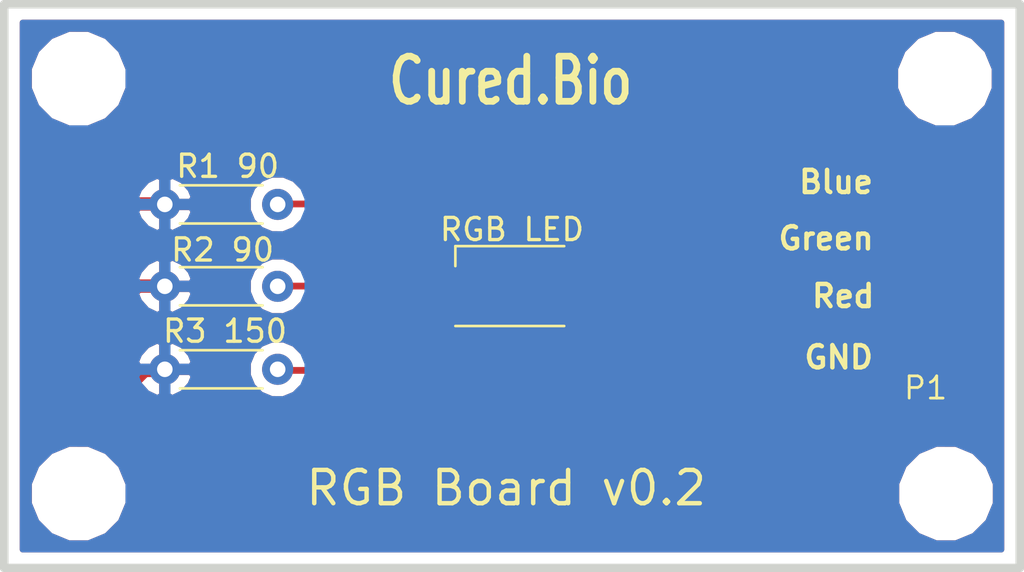
<source format=kicad_pcb>
(kicad_pcb (version 4) (host pcbnew 4.0.7)

  (general
    (links 9)
    (no_connects 0)
    (area 66.338857 47.721 132.511143 79.329)
    (thickness 1.6002)
    (drawings 10)
    (tracks 37)
    (zones 0)
    (modules 9)
    (nets 8)
  )

  (page A4)
  (title_block
    (date "13 jun 2012")
  )

  (layers
    (0 Front signal)
    (31 Back signal)
    (32 B.Adhes user)
    (33 F.Adhes user)
    (34 B.Paste user)
    (35 F.Paste user)
    (36 B.SilkS user)
    (37 F.SilkS user)
    (38 B.Mask user)
    (39 F.Mask user)
    (40 Dwgs.User user)
    (41 Cmts.User user)
    (42 Eco1.User user)
    (43 Eco2.User user)
    (44 Edge.Cuts user)
  )

  (setup
    (last_trace_width 0.3048)
    (trace_clearance 0.254)
    (zone_clearance 0.508)
    (zone_45_only no)
    (trace_min 0.2032)
    (segment_width 0.381)
    (edge_width 0.381)
    (via_size 0.889)
    (via_drill 0.635)
    (via_min_size 0.889)
    (via_min_drill 0.508)
    (uvia_size 0.508)
    (uvia_drill 0.127)
    (uvias_allowed no)
    (uvia_min_size 0.508)
    (uvia_min_drill 0.127)
    (pcb_text_width 0.3048)
    (pcb_text_size 1.524 2.032)
    (mod_edge_width 0.381)
    (mod_text_size 1.524 1.524)
    (mod_text_width 0.3048)
    (pad_size 0.7 1.3)
    (pad_drill 0)
    (pad_to_mask_clearance 0.254)
    (aux_axis_origin 0 0)
    (visible_elements 7FFFFFFF)
    (pcbplotparams
      (layerselection 0x010ff_80000001)
      (usegerberextensions true)
      (excludeedgelayer true)
      (linewidth 0.150000)
      (plotframeref false)
      (viasonmask false)
      (mode 1)
      (useauxorigin false)
      (hpglpennumber 1)
      (hpglpenspeed 20)
      (hpglpendiameter 15)
      (hpglpenoverlay 0)
      (psnegative false)
      (psa4output false)
      (plotreference true)
      (plotvalue true)
      (plotinvisibletext false)
      (padsonsilk false)
      (subtractmaskfromsilk false)
      (outputformat 1)
      (mirror false)
      (drillshape 0)
      (scaleselection 1)
      (outputdirectory gerber_led_v2p1/))
  )

  (net 0 "")
  (net 1 /blue)
  (net 2 /green)
  (net 3 /red)
  (net 4 GND)
  (net 5 "Net-(R1-Pad1)")
  (net 6 "Net-(R2-Pad1)")
  (net 7 "Net-(R3-Pad1)")

  (net_class Default "This is the default net class."
    (clearance 0.254)
    (trace_width 0.3048)
    (via_dia 0.889)
    (via_drill 0.635)
    (uvia_dia 0.508)
    (uvia_drill 0.127)
    (add_net /blue)
    (add_net /green)
    (add_net /red)
    (add_net "Net-(R1-Pad1)")
    (add_net "Net-(R2-Pad1)")
    (add_net "Net-(R3-Pad1)")
  )

  (net_class GND ""
    (clearance 0.254)
    (trace_width 0.6)
    (via_dia 0.889)
    (via_drill 0.635)
    (uvia_dia 0.508)
    (uvia_drill 0.127)
    (add_net GND)
  )

  (module Connectors:1X04_SMD_LONG (layer Front) (tedit 5A550EA2) (tstamp 4F515731)
    (at 112.32 62.7 270)
    (descr "SMD - 4 PIN W/ LONG SOLDER PADS")
    (tags "SMD - 4 PIN W/ LONG SOLDER PADS")
    (path /4F345F7F)
    (attr smd)
    (fp_text reference P1 (at -5.08 -5.08 360) (layer F.SilkS) hide
      (effects (font (size 0.6096 0.6096) (thickness 0.127)))
    )
    (fp_text value P1 (at 5.39 -5.36 360) (layer F.SilkS)
      (effects (font (size 1 1) (thickness 0.127)))
    )
    (pad 1 smd rect (at -3.81 -5.4991) (size 3.99796 0.99822) (layers Front F.Paste F.Mask)
      (net 1 /blue) (solder_mask_margin 0.1016))
    (pad 2 smd rect (at -1.27 -5.4991) (size 3.99796 0.99822) (layers Front F.Paste F.Mask)
      (net 2 /green) (solder_mask_margin 0.1016))
    (pad 3 smd rect (at 1.27 -5.4991) (size 3.99796 0.99822) (layers Front F.Paste F.Mask)
      (net 3 /red) (solder_mask_margin 0.1016))
    (pad 4 smd rect (at 3.81 -5.4991) (size 3.99796 0.99822) (layers Front F.Paste F.Mask)
      (net 4 GND) (solder_mask_margin 0.1016))
  )

  (module Mounting_Holes:MountingHole_3.2mm_M3_ISO14580 (layer Front) (tedit 59E520A8) (tstamp 59F807D3)
    (at 118.6 72.85)
    (descr "Mounting Hole 3.2mm, no annular, M3, ISO14580")
    (tags "mounting hole 3.2mm no annular m3 iso14580")
    (attr virtual)
    (fp_text reference 4 (at 7.75 0.05) (layer F.SilkS) hide
      (effects (font (size 1 1) (thickness 0.15)))
    )
    (fp_text value MountingHole_3.2mm_M3_ISO14580 (at 0.3 5.35) (layer F.Fab) hide
      (effects (font (size 1 1) (thickness 0.15)))
    )
    (fp_text user %R (at 0.3 0) (layer F.Fab)
      (effects (font (size 1 1) (thickness 0.15)))
    )
    (fp_circle (center 0 0) (end 2.75 0) (layer Cmts.User) (width 0.15))
    (fp_circle (center 0 0) (end 3 0) (layer F.CrtYd) (width 0.05))
    (pad 1 np_thru_hole circle (at 0 0) (size 3.2 3.2) (drill 3.2) (layers *.Cu *.Mask))
  )

  (module Mounting_Holes:MountingHole_3.2mm_M3_ISO14580 (layer Front) (tedit 59E52099) (tstamp 59F807CC)
    (at 79.55 72.85)
    (descr "Mounting Hole 3.2mm, no annular, M3, ISO14580")
    (tags "mounting hole 3.2mm no annular m3 iso14580")
    (attr virtual)
    (fp_text reference 3 (at -5.4 0.5) (layer F.SilkS) hide
      (effects (font (size 1 1) (thickness 0.15)))
    )
    (fp_text value MountingHole_3.2mm_M3_ISO14580 (at 0.85 5.2) (layer F.Fab) hide
      (effects (font (size 1 1) (thickness 0.15)))
    )
    (fp_text user %R (at 0.3 0) (layer F.Fab)
      (effects (font (size 1 1) (thickness 0.15)))
    )
    (fp_circle (center 0 0) (end 2.75 0) (layer Cmts.User) (width 0.15))
    (fp_circle (center 0 0) (end 3 0) (layer F.CrtYd) (width 0.05))
    (pad 1 np_thru_hole circle (at 0 0) (size 3.2 3.2) (drill 3.2) (layers *.Cu *.Mask))
  )

  (module Mounting_Holes:MountingHole_3.2mm_M3_ISO14580 (layer Front) (tedit 59E520A2) (tstamp 59F807B7)
    (at 118.55 54.15)
    (descr "Mounting Hole 3.2mm, no annular, M3, ISO14580")
    (tags "mounting hole 3.2mm no annular m3 iso14580")
    (attr virtual)
    (fp_text reference 2 (at 6 0.05) (layer F.SilkS) hide
      (effects (font (size 1 1) (thickness 0.15)))
    )
    (fp_text value MountingHole_3.2mm_M3_ISO14580 (at -1.3 -5.4) (layer F.Fab) hide
      (effects (font (size 1 1) (thickness 0.15)))
    )
    (fp_text user %R (at 0.3 0) (layer F.Fab)
      (effects (font (size 1 1) (thickness 0.15)))
    )
    (fp_circle (center 0 0) (end 2.75 0) (layer Cmts.User) (width 0.15))
    (fp_circle (center 0 0) (end 3 0) (layer F.CrtYd) (width 0.05))
    (pad 1 np_thru_hole circle (at 0 0) (size 3.2 3.2) (drill 3.2) (layers *.Cu *.Mask))
  )

  (module LEDs:LED_RGB_PLCC-6 (layer Front) (tedit 5A550E3C) (tstamp 59EED6E5)
    (at 99.06 63.5)
    (descr "RGB LED PLCC-6")
    (tags "RGB LED PLCC-6")
    (path /4F035E14)
    (attr smd)
    (fp_text reference "RGB LED" (at 0 -2.55) (layer F.SilkS)
      (effects (font (size 1 1) (thickness 0.15)))
    )
    (fp_text value RGB_LED (at 0.19 2.8) (layer F.Fab) hide
      (effects (font (size 1 1) (thickness 0.15)))
    )
    (fp_line (start -1.7 -1.1) (end -1.1 -1.7) (layer F.Fab) (width 0.1))
    (fp_line (start -1.7 -1.7) (end -1.7 1.7) (layer F.Fab) (width 0.1))
    (fp_line (start -1.7 1.7) (end 1.7 1.7) (layer F.Fab) (width 0.1))
    (fp_line (start 1.7 1.7) (end 1.7 -1.7) (layer F.Fab) (width 0.1))
    (fp_line (start 1.7 -1.7) (end -1.7 -1.7) (layer F.Fab) (width 0.1))
    (fp_line (start -2.55 -1.8) (end -2.55 -0.9) (layer F.SilkS) (width 0.12))
    (fp_line (start 2.65 -2) (end 2.65 2) (layer F.CrtYd) (width 0.05))
    (fp_line (start -2.75 -2) (end -2.75 2) (layer F.CrtYd) (width 0.05))
    (fp_line (start -2.75 2) (end 2.65 2) (layer F.CrtYd) (width 0.05))
    (fp_line (start -2.75 -2) (end 2.65 -2) (layer F.CrtYd) (width 0.05))
    (fp_line (start -2.55 1.8) (end 2.35 1.8) (layer F.SilkS) (width 0.12))
    (fp_line (start 2.35 -1.8) (end -2.55 -1.8) (layer F.SilkS) (width 0.12))
    (pad C1 smd rect (at -1.55 -1.1 90) (size 0.7 1.3) (layers Front F.Paste F.Mask)
      (net 5 "Net-(R1-Pad1)"))
    (pad C2 smd rect (at -1.55 0 90) (size 0.7 1.3) (layers Front F.Paste F.Mask)
      (net 6 "Net-(R2-Pad1)"))
    (pad C3 smd rect (at -1.55 1.1 90) (size 0.7 1.3) (layers Front F.Paste F.Mask)
      (net 7 "Net-(R3-Pad1)"))
    (pad A3 smd rect (at 1.55 1.1 90) (size 0.7 1.3) (layers Front F.Paste F.Mask)
      (net 3 /red))
    (pad A2 smd rect (at 1.55 0 90) (size 0.7 1.3) (layers Front F.Paste F.Mask)
      (net 2 /green))
    (pad A1 smd rect (at 1.55 -1.1 90) (size 0.7 1.3) (layers Front F.Paste F.Mask)
      (net 1 /blue))
    (model ${KISYS3DMOD}/LEDs.3dshapes/LED_RGB_PLCC-6.wrl
      (at (xyz 0 0 0))
      (scale (xyz 1 1 1))
      (rotate (xyz 0 0 0))
    )
  )

  (module Mounting_Holes:MountingHole_3.2mm_M3_ISO14580 (layer Front) (tedit 59E5209D) (tstamp 59F54C5B)
    (at 79.55 54.15)
    (descr "Mounting Hole 3.2mm, no annular, M3, ISO14580")
    (tags "mounting hole 3.2mm no annular m3 iso14580")
    (attr virtual)
    (fp_text reference 1 (at -6.8 -0.1) (layer F.SilkS) hide
      (effects (font (size 1 1) (thickness 0.15)))
    )
    (fp_text value MountingHole_3.2mm_M3_ISO14580 (at 0.4 -5) (layer F.Fab) hide
      (effects (font (size 1 1) (thickness 0.15)))
    )
    (fp_text user %R (at 0.3 0) (layer F.Fab)
      (effects (font (size 1 1) (thickness 0.15)))
    )
    (fp_circle (center 0 0) (end 2.75 0) (layer Cmts.User) (width 0.15))
    (fp_circle (center 0 0) (end 3 0) (layer F.CrtYd) (width 0.05))
    (pad 1 np_thru_hole circle (at 0 0) (size 3.2 3.2) (drill 3.2) (layers *.Cu *.Mask))
  )

  (module Resistors_THT:R_Axial_DIN0204_L3.6mm_D1.6mm_P5.08mm_Horizontal (layer Front) (tedit 5A550E2B) (tstamp 59EED6D6)
    (at 88.51 59.82 180)
    (descr "Resistor, Axial_DIN0204 series, Axial, Horizontal, pin pitch=5.08mm, 0.16666666666666666W = 1/6W, length*diameter=3.6*1.6mm^2, http://cdn-reichelt.de/documents/datenblatt/B400/1_4W%23YAG.pdf")
    (tags "Resistor Axial_DIN0204 series Axial Horizontal pin pitch 5.08mm 0.16666666666666666W = 1/6W length 3.6mm diameter 1.6mm")
    (path /4F035CCA)
    (fp_text reference "R1 90" (at 2.25 1.72 180) (layer F.SilkS)
      (effects (font (size 1 1) (thickness 0.15)))
    )
    (fp_text value 90 (at 2.54 1.86 180) (layer F.Fab) hide
      (effects (font (size 1 1) (thickness 0.15)))
    )
    (fp_line (start 0.74 -0.8) (end 0.74 0.8) (layer F.Fab) (width 0.1))
    (fp_line (start 0.74 0.8) (end 4.34 0.8) (layer F.Fab) (width 0.1))
    (fp_line (start 4.34 0.8) (end 4.34 -0.8) (layer F.Fab) (width 0.1))
    (fp_line (start 4.34 -0.8) (end 0.74 -0.8) (layer F.Fab) (width 0.1))
    (fp_line (start 0 0) (end 0.74 0) (layer F.Fab) (width 0.1))
    (fp_line (start 5.08 0) (end 4.34 0) (layer F.Fab) (width 0.1))
    (fp_line (start 0.68 -0.86) (end 4.4 -0.86) (layer F.SilkS) (width 0.12))
    (fp_line (start 0.68 0.86) (end 4.4 0.86) (layer F.SilkS) (width 0.12))
    (fp_line (start -0.95 -1.15) (end -0.95 1.15) (layer F.CrtYd) (width 0.05))
    (fp_line (start -0.95 1.15) (end 6.05 1.15) (layer F.CrtYd) (width 0.05))
    (fp_line (start 6.05 1.15) (end 6.05 -1.15) (layer F.CrtYd) (width 0.05))
    (fp_line (start 6.05 -1.15) (end -0.95 -1.15) (layer F.CrtYd) (width 0.05))
    (pad 1 thru_hole circle (at 0 0 180) (size 1.4 1.4) (drill 0.7) (layers *.Cu *.Mask)
      (net 5 "Net-(R1-Pad1)"))
    (pad 2 thru_hole oval (at 5.08 0 180) (size 1.4 1.4) (drill 0.7) (layers *.Cu *.Mask)
      (net 4 GND))
    (model ${KISYS3DMOD}/Resistors_THT.3dshapes/R_Axial_DIN0204_L3.6mm_D1.6mm_P5.08mm_Horizontal.wrl
      (at (xyz 0 0 0))
      (scale (xyz 0.393701 0.393701 0.393701))
      (rotate (xyz 0 0 0))
    )
  )

  (module Resistors_THT:R_Axial_DIN0204_L3.6mm_D1.6mm_P5.08mm_Horizontal (layer Front) (tedit 5A550E30) (tstamp 59EED6DB)
    (at 88.51 63.51 180)
    (descr "Resistor, Axial_DIN0204 series, Axial, Horizontal, pin pitch=5.08mm, 0.16666666666666666W = 1/6W, length*diameter=3.6*1.6mm^2, http://cdn-reichelt.de/documents/datenblatt/B400/1_4W%23YAG.pdf")
    (tags "Resistor Axial_DIN0204 series Axial Horizontal pin pitch 5.08mm 0.16666666666666666W = 1/6W length 3.6mm diameter 1.6mm")
    (path /4F035CCF)
    (fp_text reference "R2 90" (at 2.48 1.64 180) (layer F.SilkS)
      (effects (font (size 1 1) (thickness 0.15)))
    )
    (fp_text value 90 (at 2.54 1.86 180) (layer F.Fab) hide
      (effects (font (size 1 1) (thickness 0.15)))
    )
    (fp_line (start 0.74 -0.8) (end 0.74 0.8) (layer F.Fab) (width 0.1))
    (fp_line (start 0.74 0.8) (end 4.34 0.8) (layer F.Fab) (width 0.1))
    (fp_line (start 4.34 0.8) (end 4.34 -0.8) (layer F.Fab) (width 0.1))
    (fp_line (start 4.34 -0.8) (end 0.74 -0.8) (layer F.Fab) (width 0.1))
    (fp_line (start 0 0) (end 0.74 0) (layer F.Fab) (width 0.1))
    (fp_line (start 5.08 0) (end 4.34 0) (layer F.Fab) (width 0.1))
    (fp_line (start 0.68 -0.86) (end 4.4 -0.86) (layer F.SilkS) (width 0.12))
    (fp_line (start 0.68 0.86) (end 4.4 0.86) (layer F.SilkS) (width 0.12))
    (fp_line (start -0.95 -1.15) (end -0.95 1.15) (layer F.CrtYd) (width 0.05))
    (fp_line (start -0.95 1.15) (end 6.05 1.15) (layer F.CrtYd) (width 0.05))
    (fp_line (start 6.05 1.15) (end 6.05 -1.15) (layer F.CrtYd) (width 0.05))
    (fp_line (start 6.05 -1.15) (end -0.95 -1.15) (layer F.CrtYd) (width 0.05))
    (pad 1 thru_hole circle (at 0 0 180) (size 1.4 1.4) (drill 0.7) (layers *.Cu *.Mask)
      (net 6 "Net-(R2-Pad1)"))
    (pad 2 thru_hole oval (at 5.08 0 180) (size 1.4 1.4) (drill 0.7) (layers *.Cu *.Mask)
      (net 4 GND))
    (model ${KISYS3DMOD}/Resistors_THT.3dshapes/R_Axial_DIN0204_L3.6mm_D1.6mm_P5.08mm_Horizontal.wrl
      (at (xyz 0 0 0))
      (scale (xyz 0.393701 0.393701 0.393701))
      (rotate (xyz 0 0 0))
    )
  )

  (module Resistors_THT:R_Axial_DIN0204_L3.6mm_D1.6mm_P5.08mm_Horizontal (layer Front) (tedit 5A550E37) (tstamp 59EED6E0)
    (at 88.51 67.25 180)
    (descr "Resistor, Axial_DIN0204 series, Axial, Horizontal, pin pitch=5.08mm, 0.16666666666666666W = 1/6W, length*diameter=3.6*1.6mm^2, http://cdn-reichelt.de/documents/datenblatt/B400/1_4W%23YAG.pdf")
    (tags "Resistor Axial_DIN0204 series Axial Horizontal pin pitch 5.08mm 0.16666666666666666W = 1/6W length 3.6mm diameter 1.6mm")
    (path /4F035CD1)
    (fp_text reference "R3 150" (at 2.37 1.72 180) (layer F.SilkS)
      (effects (font (size 1 1) (thickness 0.15)))
    )
    (fp_text value 150 (at 2.54 1.86 180) (layer F.Fab) hide
      (effects (font (size 1 1) (thickness 0.15)))
    )
    (fp_line (start 0.74 -0.8) (end 0.74 0.8) (layer F.Fab) (width 0.1))
    (fp_line (start 0.74 0.8) (end 4.34 0.8) (layer F.Fab) (width 0.1))
    (fp_line (start 4.34 0.8) (end 4.34 -0.8) (layer F.Fab) (width 0.1))
    (fp_line (start 4.34 -0.8) (end 0.74 -0.8) (layer F.Fab) (width 0.1))
    (fp_line (start 0 0) (end 0.74 0) (layer F.Fab) (width 0.1))
    (fp_line (start 5.08 0) (end 4.34 0) (layer F.Fab) (width 0.1))
    (fp_line (start 0.68 -0.86) (end 4.4 -0.86) (layer F.SilkS) (width 0.12))
    (fp_line (start 0.68 0.86) (end 4.4 0.86) (layer F.SilkS) (width 0.12))
    (fp_line (start -0.95 -1.15) (end -0.95 1.15) (layer F.CrtYd) (width 0.05))
    (fp_line (start -0.95 1.15) (end 6.05 1.15) (layer F.CrtYd) (width 0.05))
    (fp_line (start 6.05 1.15) (end 6.05 -1.15) (layer F.CrtYd) (width 0.05))
    (fp_line (start 6.05 -1.15) (end -0.95 -1.15) (layer F.CrtYd) (width 0.05))
    (pad 1 thru_hole circle (at 0 0 180) (size 1.4 1.4) (drill 0.7) (layers *.Cu *.Mask)
      (net 7 "Net-(R3-Pad1)"))
    (pad 2 thru_hole oval (at 5.08 0 180) (size 1.4 1.4) (drill 0.7) (layers *.Cu *.Mask)
      (net 4 GND))
    (model ${KISYS3DMOD}/Resistors_THT.3dshapes/R_Axial_DIN0204_L3.6mm_D1.6mm_P5.08mm_Horizontal.wrl
      (at (xyz 0 0 0))
      (scale (xyz 0.393701 0.393701 0.393701))
      (rotate (xyz 0 0 0))
    )
  )

  (gr_text "RGB Board v0.2" (at 98.8 72.6) (layer F.SilkS)
    (effects (font (size 1.5 1.5) (thickness 0.2)))
  )
  (gr_text Cured.Bio (at 99 54.25) (layer F.SilkS)
    (effects (font (size 2.032 1.524) (thickness 0.3048)))
  )
  (gr_text Blue (at 113.65 58.81) (layer F.SilkS)
    (effects (font (size 1.00076 1.00076) (thickness 0.20066)))
  )
  (gr_text Green (at 113.2 61.35) (layer F.SilkS)
    (effects (font (size 1.00076 1.00076) (thickness 0.20066)))
  )
  (gr_text GND (at 113.77 66.71) (layer F.SilkS)
    (effects (font (size 1.00076 1.00076) (thickness 0.20066)))
  )
  (gr_text Red (at 113.97 63.95) (layer F.SilkS)
    (effects (font (size 1.00076 1.00076) (thickness 0.20066)))
  )
  (gr_line (start 76.2 50.8) (end 121.92 50.8) (angle 90) (layer Edge.Cuts) (width 0.381))
  (gr_line (start 121.92 76.2) (end 121.92 50.8) (angle 90) (layer Edge.Cuts) (width 0.381))
  (gr_line (start 76.2 76.2) (end 76.2 50.8) (angle 90) (layer Edge.Cuts) (width 0.381))
  (gr_line (start 76.2 76.2) (end 121.92 76.2) (angle 90) (layer Edge.Cuts) (width 0.381))

  (segment (start 118.4 58.95) (end 108.45 58.95) (width 0.3048) (layer Front) (net 1))
  (segment (start 105 62.4) (end 100.61 62.4) (width 0.3048) (layer Front) (net 1) (tstamp 59EED82A))
  (segment (start 108.45 58.95) (end 105 62.4) (width 0.3048) (layer Front) (net 1) (tstamp 59EED829))
  (segment (start 118.4 61.49) (end 108.31 61.49) (width 0.3048) (layer Front) (net 2))
  (segment (start 106.3 63.5) (end 100.61 63.5) (width 0.3048) (layer Front) (net 2) (tstamp 59EED830))
  (segment (start 108.31 61.49) (end 106.3 63.5) (width 0.3048) (layer Front) (net 2) (tstamp 59EED82E))
  (segment (start 118.4 64.03) (end 107.52 64.03) (width 0.3048) (layer Front) (net 3))
  (segment (start 106.95 64.6) (end 100.61 64.6) (width 0.3048) (layer Front) (net 3) (tstamp 59EED835))
  (segment (start 107.52 64.03) (end 106.95 64.6) (width 0.3048) (layer Front) (net 3) (tstamp 59EED834))
  (segment (start 117.8191 66.51) (end 108.54 66.52) (width 0.6) (layer Front) (net 4) (status 400000))
  (segment (start 105.7 69.36) (end 81.57 69.35) (width 0.6) (layer Front) (net 4) (tstamp 5A6A59EC))
  (segment (start 108.54 66.52) (end 105.7 69.36) (width 0.6) (layer Front) (net 4) (tstamp 5A6A59EB))
  (segment (start 83.27 67.3) (end 82.52 67.3) (width 0.6) (layer Front) (net 4))
  (segment (start 82.52 67.3) (end 81.47 68.35) (width 0.6) (layer Front) (net 4) (tstamp 59F54DF6))
  (segment (start 83.27 63.5) (end 82.22 63.5) (width 0.6) (layer Front) (net 4))
  (segment (start 82.22 63.5) (end 81.47 64.25) (width 0.6) (layer Front) (net 4) (tstamp 59F54DEB))
  (segment (start 83.27 59.8) (end 81.72 59.8) (width 0.6) (layer Front) (net 4))
  (segment (start 81.72 59.8) (end 81.47 60.05) (width 0.3048) (layer Front) (net 4) (tstamp 59F54DE6))
  (segment (start 81.57 69.35) (end 86.71 69.38) (width 0.3048) (layer Front) (net 4) (tstamp 59EED840))
  (segment (start 81.47 69.25) (end 81.57 69.35) (width 0.3048) (layer Front) (net 4) (tstamp 59EED83E))
  (segment (start 81.47 60.05) (end 81.47 64.25) (width 0.6) (layer Front) (net 4) (tstamp 59F54DE9))
  (segment (start 81.47 64.25) (end 81.47 65.2) (width 0.6) (layer Front) (net 4) (tstamp 59F54DEE))
  (segment (start 81.47 65.2) (end 81.47 68.35) (width 0.6) (layer Front) (net 4) (tstamp 59EED84B))
  (segment (start 81.47 68.35) (end 81.47 69.25) (width 0.6) (layer Front) (net 4) (tstamp 59F54DF9))
  (segment (start 95.21982 61.1) (end 91.6 61.1) (width 0.3048) (layer Front) (net 5))
  (segment (start 97.58426 62.40018) (end 96.52 62.40018) (width 0.3048) (layer Front) (net 5))
  (segment (start 95.75546 61.63564) (end 96.52 62.40018) (width 0.3048) (layer Front) (net 5))
  (segment (start 95.26982 61.15) (end 95.75546 61.63564) (width 0.3048) (layer Front) (net 5) (tstamp 59EED875))
  (segment (start 95.21982 61.1) (end 95.26982 61.15) (width 0.3048) (layer Front) (net 5) (tstamp 59EED866))
  (segment (start 90.3 59.8) (end 88.55 59.8) (width 0.3048) (layer Front) (net 5) (tstamp 59F54DE2))
  (segment (start 91.6 61.1) (end 90.3 59.8) (width 0.3048) (layer Front) (net 5) (tstamp 59F54DE1))
  (segment (start 97.51 63.5) (end 88.55 63.5) (width 0.3048) (layer Front) (net 6))
  (segment (start 97.51 64.6) (end 96.35 64.6) (width 0.3048) (layer Front) (net 7))
  (segment (start 89.9 67.3) (end 88.55 67.3) (width 0.3048) (layer Front) (net 7) (tstamp 59F54E1C))
  (segment (start 91.3 65.9) (end 89.9 67.3) (width 0.3048) (layer Front) (net 7) (tstamp 59F54E1A))
  (segment (start 95.05 65.9) (end 91.3 65.9) (width 0.3048) (layer Front) (net 7) (tstamp 59F54E18))
  (segment (start 96.35 64.6) (end 95.05 65.9) (width 0.3048) (layer Front) (net 7) (tstamp 59F54E17))

  (zone (net 4) (net_name GND) (layer Front) (tstamp 4F515E9A) (hatch edge 0.508)
    (connect_pads (clearance 0.508))
    (min_thickness 0.254)
    (fill yes (arc_segments 16) (thermal_gap 0.508) (thermal_bridge_width 0.508))
    (polygon
      (pts
        (xy 121.412 75.692) (xy 121.412 51.308) (xy 76.708 51.308) (xy 76.708 75.692)
      )
    )
    (filled_polygon
      (pts
        (xy 121.0945 75.3745) (xy 77.0255 75.3745) (xy 77.0255 73.292619) (xy 77.314613 73.292619) (xy 77.654155 74.114372)
        (xy 78.282321 74.743636) (xy 79.103481 75.084611) (xy 79.992619 75.085387) (xy 80.814372 74.745845) (xy 81.443636 74.117679)
        (xy 81.784611 73.296519) (xy 81.784614 73.292619) (xy 116.364613 73.292619) (xy 116.704155 74.114372) (xy 117.332321 74.743636)
        (xy 118.153481 75.084611) (xy 119.042619 75.085387) (xy 119.864372 74.745845) (xy 120.493636 74.117679) (xy 120.834611 73.296519)
        (xy 120.835387 72.407381) (xy 120.495845 71.585628) (xy 119.867679 70.956364) (xy 119.046519 70.615389) (xy 118.157381 70.614613)
        (xy 117.335628 70.954155) (xy 116.706364 71.582321) (xy 116.365389 72.403481) (xy 116.364613 73.292619) (xy 81.784614 73.292619)
        (xy 81.785387 72.407381) (xy 81.445845 71.585628) (xy 80.817679 70.956364) (xy 79.996519 70.615389) (xy 79.107381 70.614613)
        (xy 78.285628 70.954155) (xy 77.656364 71.582321) (xy 77.315389 72.403481) (xy 77.314613 73.292619) (xy 77.0255 73.292619)
        (xy 77.0255 67.583329) (xy 82.137284 67.583329) (xy 82.280203 67.928396) (xy 82.627337 68.316764) (xy 83.096669 68.542727)
        (xy 83.303 68.420206) (xy 83.303 67.377) (xy 83.557 67.377) (xy 83.557 68.420206) (xy 83.763331 68.542727)
        (xy 84.232663 68.316764) (xy 84.579797 67.928396) (xy 84.722716 67.583329) (xy 84.599374 67.377) (xy 83.557 67.377)
        (xy 83.303 67.377) (xy 82.260626 67.377) (xy 82.137284 67.583329) (xy 77.0255 67.583329) (xy 77.0255 66.916671)
        (xy 82.137284 66.916671) (xy 82.260626 67.123) (xy 83.303 67.123) (xy 83.303 66.079794) (xy 83.557 66.079794)
        (xy 83.557 67.123) (xy 84.599374 67.123) (xy 84.722716 66.916671) (xy 84.579797 66.571604) (xy 84.232663 66.183236)
        (xy 83.763331 65.957273) (xy 83.557 66.079794) (xy 83.303 66.079794) (xy 83.096669 65.957273) (xy 82.627337 66.183236)
        (xy 82.280203 66.571604) (xy 82.137284 66.916671) (xy 77.0255 66.916671) (xy 77.0255 63.843329) (xy 82.137284 63.843329)
        (xy 82.280203 64.188396) (xy 82.627337 64.576764) (xy 83.096669 64.802727) (xy 83.303 64.680206) (xy 83.303 63.637)
        (xy 83.557 63.637) (xy 83.557 64.680206) (xy 83.763331 64.802727) (xy 84.232663 64.576764) (xy 84.579797 64.188396)
        (xy 84.722716 63.843329) (xy 84.599374 63.637) (xy 83.557 63.637) (xy 83.303 63.637) (xy 82.260626 63.637)
        (xy 82.137284 63.843329) (xy 77.0255 63.843329) (xy 77.0255 63.176671) (xy 82.137284 63.176671) (xy 82.260626 63.383)
        (xy 83.303 63.383) (xy 83.303 62.339794) (xy 83.557 62.339794) (xy 83.557 63.383) (xy 84.599374 63.383)
        (xy 84.722716 63.176671) (xy 84.579797 62.831604) (xy 84.232663 62.443236) (xy 83.763331 62.217273) (xy 83.557 62.339794)
        (xy 83.303 62.339794) (xy 83.096669 62.217273) (xy 82.627337 62.443236) (xy 82.280203 62.831604) (xy 82.137284 63.176671)
        (xy 77.0255 63.176671) (xy 77.0255 60.153329) (xy 82.137284 60.153329) (xy 82.280203 60.498396) (xy 82.627337 60.886764)
        (xy 83.096669 61.112727) (xy 83.303 60.990206) (xy 83.303 59.947) (xy 83.557 59.947) (xy 83.557 60.990206)
        (xy 83.763331 61.112727) (xy 84.232663 60.886764) (xy 84.579797 60.498396) (xy 84.722716 60.153329) (xy 84.681501 60.084383)
        (xy 87.174769 60.084383) (xy 87.377582 60.575229) (xy 87.752796 60.951098) (xy 88.243287 61.154768) (xy 88.774383 61.155231)
        (xy 89.265229 60.952418) (xy 89.630884 60.5874) (xy 89.973848 60.5874) (xy 91.043224 61.656776) (xy 91.298675 61.827463)
        (xy 91.6 61.8874) (xy 94.893668 61.8874) (xy 95.718868 62.7126) (xy 89.60032 62.7126) (xy 89.267204 62.378902)
        (xy 88.776713 62.175232) (xy 88.245617 62.174769) (xy 87.754771 62.377582) (xy 87.378902 62.752796) (xy 87.175232 63.243287)
        (xy 87.174769 63.774383) (xy 87.377582 64.265229) (xy 87.752796 64.641098) (xy 88.243287 64.844768) (xy 88.774383 64.845231)
        (xy 89.265229 64.642418) (xy 89.620867 64.2874) (xy 95.549048 64.2874) (xy 94.723848 65.1126) (xy 91.3 65.1126)
        (xy 90.998675 65.172537) (xy 90.743224 65.343224) (xy 89.61707 66.469378) (xy 89.267204 66.118902) (xy 88.776713 65.915232)
        (xy 88.245617 65.914769) (xy 87.754771 66.117582) (xy 87.378902 66.492796) (xy 87.175232 66.983287) (xy 87.174769 67.514383)
        (xy 87.377582 68.005229) (xy 87.752796 68.381098) (xy 88.243287 68.584768) (xy 88.774383 68.585231) (xy 89.265229 68.382418)
        (xy 89.560762 68.0874) (xy 89.9 68.0874) (xy 90.201325 68.027463) (xy 90.456776 67.856776) (xy 91.517802 66.79575)
        (xy 115.18512 66.79575) (xy 115.18512 67.13542) (xy 115.281793 67.368809) (xy 115.460422 67.547437) (xy 115.693811 67.64411)
        (xy 117.53335 67.64411) (xy 117.6921 67.48536) (xy 117.6921 66.637) (xy 117.9461 66.637) (xy 117.9461 67.48536)
        (xy 118.10485 67.64411) (xy 119.944389 67.64411) (xy 120.177778 67.547437) (xy 120.356407 67.368809) (xy 120.45308 67.13542)
        (xy 120.45308 66.79575) (xy 120.29433 66.637) (xy 117.9461 66.637) (xy 117.6921 66.637) (xy 115.34387 66.637)
        (xy 115.18512 66.79575) (xy 91.517802 66.79575) (xy 91.626152 66.6874) (xy 95.05 66.6874) (xy 95.351325 66.627463)
        (xy 95.606776 66.456776) (xy 96.178972 65.88458) (xy 115.18512 65.88458) (xy 115.18512 66.22425) (xy 115.34387 66.383)
        (xy 117.6921 66.383) (xy 117.6921 65.53464) (xy 117.9461 65.53464) (xy 117.9461 66.383) (xy 120.29433 66.383)
        (xy 120.45308 66.22425) (xy 120.45308 65.88458) (xy 120.356407 65.651191) (xy 120.177778 65.472563) (xy 119.944389 65.37589)
        (xy 118.10485 65.37589) (xy 117.9461 65.53464) (xy 117.6921 65.53464) (xy 117.53335 65.37589) (xy 115.693811 65.37589)
        (xy 115.460422 65.472563) (xy 115.281793 65.651191) (xy 115.18512 65.88458) (xy 96.178972 65.88458) (xy 96.554055 65.509497)
        (xy 96.60811 65.546431) (xy 96.86 65.59744) (xy 98.16 65.59744) (xy 98.395317 65.553162) (xy 98.611441 65.41409)
        (xy 98.756431 65.20189) (xy 98.80744 64.95) (xy 98.80744 64.25) (xy 98.768426 64.042658) (xy 98.80744 63.85)
        (xy 98.80744 63.15) (xy 98.768426 62.942658) (xy 98.80744 62.75) (xy 98.80744 62.05) (xy 99.31256 62.05)
        (xy 99.31256 62.75) (xy 99.351574 62.957342) (xy 99.31256 63.15) (xy 99.31256 63.85) (xy 99.351574 64.057342)
        (xy 99.31256 64.25) (xy 99.31256 64.95) (xy 99.356838 65.185317) (xy 99.49591 65.401441) (xy 99.70811 65.546431)
        (xy 99.96 65.59744) (xy 101.26 65.59744) (xy 101.495317 65.553162) (xy 101.711441 65.41409) (xy 101.729677 65.3874)
        (xy 106.95 65.3874) (xy 107.251325 65.327463) (xy 107.506776 65.156776) (xy 107.846152 64.8174) (xy 115.289654 64.8174)
        (xy 115.35603 64.920551) (xy 115.56823 65.065541) (xy 115.82012 65.11655) (xy 119.81808 65.11655) (xy 120.053397 65.072272)
        (xy 120.269521 64.9332) (xy 120.414511 64.721) (xy 120.46552 64.46911) (xy 120.46552 63.47089) (xy 120.421242 63.235573)
        (xy 120.28217 63.019449) (xy 120.06997 62.874459) (xy 119.81808 62.82345) (xy 115.82012 62.82345) (xy 115.584803 62.867728)
        (xy 115.368679 63.0068) (xy 115.223689 63.219) (xy 115.21891 63.2426) (xy 107.670952 63.2426) (xy 108.636152 62.2774)
        (xy 115.289654 62.2774) (xy 115.35603 62.380551) (xy 115.56823 62.525541) (xy 115.82012 62.57655) (xy 119.81808 62.57655)
        (xy 120.053397 62.532272) (xy 120.269521 62.3932) (xy 120.414511 62.181) (xy 120.46552 61.92911) (xy 120.46552 60.93089)
        (xy 120.421242 60.695573) (xy 120.28217 60.479449) (xy 120.06997 60.334459) (xy 119.81808 60.28345) (xy 115.82012 60.28345)
        (xy 115.584803 60.327728) (xy 115.368679 60.4668) (xy 115.223689 60.679) (xy 115.21891 60.7026) (xy 108.31 60.7026)
        (xy 108.008675 60.762537) (xy 107.753224 60.933224) (xy 105.973848 62.7126) (xy 105.800952 62.7126) (xy 108.776152 59.7374)
        (xy 115.289654 59.7374) (xy 115.35603 59.840551) (xy 115.56823 59.985541) (xy 115.82012 60.03655) (xy 119.81808 60.03655)
        (xy 120.053397 59.992272) (xy 120.269521 59.8532) (xy 120.414511 59.641) (xy 120.46552 59.38911) (xy 120.46552 58.39089)
        (xy 120.421242 58.155573) (xy 120.28217 57.939449) (xy 120.06997 57.794459) (xy 119.81808 57.74345) (xy 115.82012 57.74345)
        (xy 115.584803 57.787728) (xy 115.368679 57.9268) (xy 115.223689 58.139) (xy 115.21891 58.1626) (xy 108.45 58.1626)
        (xy 108.148675 58.222537) (xy 107.893224 58.393224) (xy 104.673848 61.6126) (xy 101.733125 61.6126) (xy 101.72409 61.598559)
        (xy 101.51189 61.453569) (xy 101.26 61.40256) (xy 99.96 61.40256) (xy 99.724683 61.446838) (xy 99.508559 61.58591)
        (xy 99.363569 61.79811) (xy 99.31256 62.05) (xy 98.80744 62.05) (xy 98.763162 61.814683) (xy 98.62409 61.598559)
        (xy 98.41189 61.453569) (xy 98.16 61.40256) (xy 96.86 61.40256) (xy 96.671416 61.438044) (xy 95.776596 60.543224)
        (xy 95.521145 60.372537) (xy 95.21982 60.3126) (xy 91.926152 60.3126) (xy 90.856776 59.243224) (xy 90.601325 59.072537)
        (xy 90.3 59.0126) (xy 89.590338 59.0126) (xy 89.267204 58.688902) (xy 88.776713 58.485232) (xy 88.245617 58.484769)
        (xy 87.754771 58.687582) (xy 87.378902 59.062796) (xy 87.175232 59.553287) (xy 87.174769 60.084383) (xy 84.681501 60.084383)
        (xy 84.599374 59.947) (xy 83.557 59.947) (xy 83.303 59.947) (xy 82.260626 59.947) (xy 82.137284 60.153329)
        (xy 77.0255 60.153329) (xy 77.0255 59.486671) (xy 82.137284 59.486671) (xy 82.260626 59.693) (xy 83.303 59.693)
        (xy 83.303 58.649794) (xy 83.557 58.649794) (xy 83.557 59.693) (xy 84.599374 59.693) (xy 84.722716 59.486671)
        (xy 84.579797 59.141604) (xy 84.232663 58.753236) (xy 83.763331 58.527273) (xy 83.557 58.649794) (xy 83.303 58.649794)
        (xy 83.096669 58.527273) (xy 82.627337 58.753236) (xy 82.280203 59.141604) (xy 82.137284 59.486671) (xy 77.0255 59.486671)
        (xy 77.0255 54.592619) (xy 77.314613 54.592619) (xy 77.654155 55.414372) (xy 78.282321 56.043636) (xy 79.103481 56.384611)
        (xy 79.992619 56.385387) (xy 80.814372 56.045845) (xy 81.443636 55.417679) (xy 81.784611 54.596519) (xy 81.784614 54.592619)
        (xy 116.314613 54.592619) (xy 116.654155 55.414372) (xy 117.282321 56.043636) (xy 118.103481 56.384611) (xy 118.992619 56.385387)
        (xy 119.814372 56.045845) (xy 120.443636 55.417679) (xy 120.784611 54.596519) (xy 120.785387 53.707381) (xy 120.445845 52.885628)
        (xy 119.817679 52.256364) (xy 118.996519 51.915389) (xy 118.107381 51.914613) (xy 117.285628 52.254155) (xy 116.656364 52.882321)
        (xy 116.315389 53.703481) (xy 116.314613 54.592619) (xy 81.784614 54.592619) (xy 81.785387 53.707381) (xy 81.445845 52.885628)
        (xy 80.817679 52.256364) (xy 79.996519 51.915389) (xy 79.107381 51.914613) (xy 78.285628 52.254155) (xy 77.656364 52.882321)
        (xy 77.315389 53.703481) (xy 77.314613 54.592619) (xy 77.0255 54.592619) (xy 77.0255 51.6255) (xy 121.0945 51.6255)
      )
    )
  )
  (zone (net 4) (net_name GND) (layer Back) (tstamp 4F515EBD) (hatch edge 0.508)
    (connect_pads (clearance 0.508))
    (min_thickness 0.254)
    (fill yes (arc_segments 16) (thermal_gap 0.508) (thermal_bridge_width 0.508))
    (polygon
      (pts
        (xy 121.412 75.692) (xy 121.412 51.308) (xy 76.708 51.308) (xy 76.708 75.692)
      )
    )
    (filled_polygon
      (pts
        (xy 121.0945 75.3745) (xy 77.0255 75.3745) (xy 77.0255 73.292619) (xy 77.314613 73.292619) (xy 77.654155 74.114372)
        (xy 78.282321 74.743636) (xy 79.103481 75.084611) (xy 79.992619 75.085387) (xy 80.814372 74.745845) (xy 81.443636 74.117679)
        (xy 81.784611 73.296519) (xy 81.784614 73.292619) (xy 116.364613 73.292619) (xy 116.704155 74.114372) (xy 117.332321 74.743636)
        (xy 118.153481 75.084611) (xy 119.042619 75.085387) (xy 119.864372 74.745845) (xy 120.493636 74.117679) (xy 120.834611 73.296519)
        (xy 120.835387 72.407381) (xy 120.495845 71.585628) (xy 119.867679 70.956364) (xy 119.046519 70.615389) (xy 118.157381 70.614613)
        (xy 117.335628 70.954155) (xy 116.706364 71.582321) (xy 116.365389 72.403481) (xy 116.364613 73.292619) (xy 81.784614 73.292619)
        (xy 81.785387 72.407381) (xy 81.445845 71.585628) (xy 80.817679 70.956364) (xy 79.996519 70.615389) (xy 79.107381 70.614613)
        (xy 78.285628 70.954155) (xy 77.656364 71.582321) (xy 77.315389 72.403481) (xy 77.314613 73.292619) (xy 77.0255 73.292619)
        (xy 77.0255 67.583329) (xy 82.137284 67.583329) (xy 82.280203 67.928396) (xy 82.627337 68.316764) (xy 83.096669 68.542727)
        (xy 83.303 68.420206) (xy 83.303 67.377) (xy 83.557 67.377) (xy 83.557 68.420206) (xy 83.763331 68.542727)
        (xy 84.232663 68.316764) (xy 84.579797 67.928396) (xy 84.722716 67.583329) (xy 84.681501 67.514383) (xy 87.174769 67.514383)
        (xy 87.377582 68.005229) (xy 87.752796 68.381098) (xy 88.243287 68.584768) (xy 88.774383 68.585231) (xy 89.265229 68.382418)
        (xy 89.641098 68.007204) (xy 89.844768 67.516713) (xy 89.845231 66.985617) (xy 89.642418 66.494771) (xy 89.267204 66.118902)
        (xy 88.776713 65.915232) (xy 88.245617 65.914769) (xy 87.754771 66.117582) (xy 87.378902 66.492796) (xy 87.175232 66.983287)
        (xy 87.174769 67.514383) (xy 84.681501 67.514383) (xy 84.599374 67.377) (xy 83.557 67.377) (xy 83.303 67.377)
        (xy 82.260626 67.377) (xy 82.137284 67.583329) (xy 77.0255 67.583329) (xy 77.0255 66.916671) (xy 82.137284 66.916671)
        (xy 82.260626 67.123) (xy 83.303 67.123) (xy 83.303 66.079794) (xy 83.557 66.079794) (xy 83.557 67.123)
        (xy 84.599374 67.123) (xy 84.722716 66.916671) (xy 84.579797 66.571604) (xy 84.232663 66.183236) (xy 83.763331 65.957273)
        (xy 83.557 66.079794) (xy 83.303 66.079794) (xy 83.096669 65.957273) (xy 82.627337 66.183236) (xy 82.280203 66.571604)
        (xy 82.137284 66.916671) (xy 77.0255 66.916671) (xy 77.0255 63.843329) (xy 82.137284 63.843329) (xy 82.280203 64.188396)
        (xy 82.627337 64.576764) (xy 83.096669 64.802727) (xy 83.303 64.680206) (xy 83.303 63.637) (xy 83.557 63.637)
        (xy 83.557 64.680206) (xy 83.763331 64.802727) (xy 84.232663 64.576764) (xy 84.579797 64.188396) (xy 84.722716 63.843329)
        (xy 84.681501 63.774383) (xy 87.174769 63.774383) (xy 87.377582 64.265229) (xy 87.752796 64.641098) (xy 88.243287 64.844768)
        (xy 88.774383 64.845231) (xy 89.265229 64.642418) (xy 89.641098 64.267204) (xy 89.844768 63.776713) (xy 89.845231 63.245617)
        (xy 89.642418 62.754771) (xy 89.267204 62.378902) (xy 88.776713 62.175232) (xy 88.245617 62.174769) (xy 87.754771 62.377582)
        (xy 87.378902 62.752796) (xy 87.175232 63.243287) (xy 87.174769 63.774383) (xy 84.681501 63.774383) (xy 84.599374 63.637)
        (xy 83.557 63.637) (xy 83.303 63.637) (xy 82.260626 63.637) (xy 82.137284 63.843329) (xy 77.0255 63.843329)
        (xy 77.0255 63.176671) (xy 82.137284 63.176671) (xy 82.260626 63.383) (xy 83.303 63.383) (xy 83.303 62.339794)
        (xy 83.557 62.339794) (xy 83.557 63.383) (xy 84.599374 63.383) (xy 84.722716 63.176671) (xy 84.579797 62.831604)
        (xy 84.232663 62.443236) (xy 83.763331 62.217273) (xy 83.557 62.339794) (xy 83.303 62.339794) (xy 83.096669 62.217273)
        (xy 82.627337 62.443236) (xy 82.280203 62.831604) (xy 82.137284 63.176671) (xy 77.0255 63.176671) (xy 77.0255 60.153329)
        (xy 82.137284 60.153329) (xy 82.280203 60.498396) (xy 82.627337 60.886764) (xy 83.096669 61.112727) (xy 83.303 60.990206)
        (xy 83.303 59.947) (xy 83.557 59.947) (xy 83.557 60.990206) (xy 83.763331 61.112727) (xy 84.232663 60.886764)
        (xy 84.579797 60.498396) (xy 84.722716 60.153329) (xy 84.681501 60.084383) (xy 87.174769 60.084383) (xy 87.377582 60.575229)
        (xy 87.752796 60.951098) (xy 88.243287 61.154768) (xy 88.774383 61.155231) (xy 89.265229 60.952418) (xy 89.641098 60.577204)
        (xy 89.844768 60.086713) (xy 89.845231 59.555617) (xy 89.642418 59.064771) (xy 89.267204 58.688902) (xy 88.776713 58.485232)
        (xy 88.245617 58.484769) (xy 87.754771 58.687582) (xy 87.378902 59.062796) (xy 87.175232 59.553287) (xy 87.174769 60.084383)
        (xy 84.681501 60.084383) (xy 84.599374 59.947) (xy 83.557 59.947) (xy 83.303 59.947) (xy 82.260626 59.947)
        (xy 82.137284 60.153329) (xy 77.0255 60.153329) (xy 77.0255 59.486671) (xy 82.137284 59.486671) (xy 82.260626 59.693)
        (xy 83.303 59.693) (xy 83.303 58.649794) (xy 83.557 58.649794) (xy 83.557 59.693) (xy 84.599374 59.693)
        (xy 84.722716 59.486671) (xy 84.579797 59.141604) (xy 84.232663 58.753236) (xy 83.763331 58.527273) (xy 83.557 58.649794)
        (xy 83.303 58.649794) (xy 83.096669 58.527273) (xy 82.627337 58.753236) (xy 82.280203 59.141604) (xy 82.137284 59.486671)
        (xy 77.0255 59.486671) (xy 77.0255 54.592619) (xy 77.314613 54.592619) (xy 77.654155 55.414372) (xy 78.282321 56.043636)
        (xy 79.103481 56.384611) (xy 79.992619 56.385387) (xy 80.814372 56.045845) (xy 81.443636 55.417679) (xy 81.784611 54.596519)
        (xy 81.784614 54.592619) (xy 116.314613 54.592619) (xy 116.654155 55.414372) (xy 117.282321 56.043636) (xy 118.103481 56.384611)
        (xy 118.992619 56.385387) (xy 119.814372 56.045845) (xy 120.443636 55.417679) (xy 120.784611 54.596519) (xy 120.785387 53.707381)
        (xy 120.445845 52.885628) (xy 119.817679 52.256364) (xy 118.996519 51.915389) (xy 118.107381 51.914613) (xy 117.285628 52.254155)
        (xy 116.656364 52.882321) (xy 116.315389 53.703481) (xy 116.314613 54.592619) (xy 81.784614 54.592619) (xy 81.785387 53.707381)
        (xy 81.445845 52.885628) (xy 80.817679 52.256364) (xy 79.996519 51.915389) (xy 79.107381 51.914613) (xy 78.285628 52.254155)
        (xy 77.656364 52.882321) (xy 77.315389 53.703481) (xy 77.314613 54.592619) (xy 77.0255 54.592619) (xy 77.0255 51.6255)
        (xy 121.0945 51.6255)
      )
    )
  )
)

</source>
